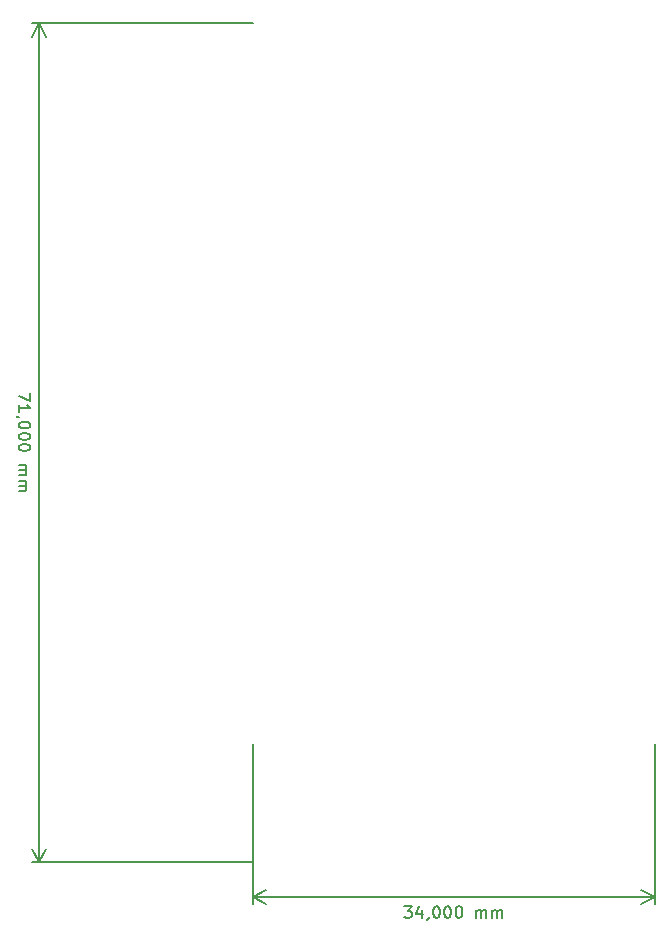
<source format=gbr>
%TF.GenerationSoftware,KiCad,Pcbnew,5.1.9+dfsg1-1~bpo10+1*%
%TF.CreationDate,2021-11-01T14:59:18+00:00*%
%TF.ProjectId,rack-ser-adapter,7261636b-2d73-4657-922d-616461707465,rev?*%
%TF.SameCoordinates,Original*%
%TF.FileFunction,OtherDrawing,Comment*%
%FSLAX46Y46*%
G04 Gerber Fmt 4.6, Leading zero omitted, Abs format (unit mm)*
G04 Created by KiCad (PCBNEW 5.1.9+dfsg1-1~bpo10+1) date 2021-11-01 14:59:18*
%MOMM*%
%LPD*%
G01*
G04 APERTURE LIST*
%ADD10C,0.150000*%
G04 APERTURE END LIST*
D10*
X112809523Y-144752380D02*
X113428571Y-144752380D01*
X113095238Y-145133333D01*
X113238095Y-145133333D01*
X113333333Y-145180952D01*
X113380952Y-145228571D01*
X113428571Y-145323809D01*
X113428571Y-145561904D01*
X113380952Y-145657142D01*
X113333333Y-145704761D01*
X113238095Y-145752380D01*
X112952380Y-145752380D01*
X112857142Y-145704761D01*
X112809523Y-145657142D01*
X114285714Y-145085714D02*
X114285714Y-145752380D01*
X114047619Y-144704761D02*
X113809523Y-145419047D01*
X114428571Y-145419047D01*
X114857142Y-145704761D02*
X114857142Y-145752380D01*
X114809523Y-145847619D01*
X114761904Y-145895238D01*
X115476190Y-144752380D02*
X115571428Y-144752380D01*
X115666666Y-144800000D01*
X115714285Y-144847619D01*
X115761904Y-144942857D01*
X115809523Y-145133333D01*
X115809523Y-145371428D01*
X115761904Y-145561904D01*
X115714285Y-145657142D01*
X115666666Y-145704761D01*
X115571428Y-145752380D01*
X115476190Y-145752380D01*
X115380952Y-145704761D01*
X115333333Y-145657142D01*
X115285714Y-145561904D01*
X115238095Y-145371428D01*
X115238095Y-145133333D01*
X115285714Y-144942857D01*
X115333333Y-144847619D01*
X115380952Y-144800000D01*
X115476190Y-144752380D01*
X116428571Y-144752380D02*
X116523809Y-144752380D01*
X116619047Y-144800000D01*
X116666666Y-144847619D01*
X116714285Y-144942857D01*
X116761904Y-145133333D01*
X116761904Y-145371428D01*
X116714285Y-145561904D01*
X116666666Y-145657142D01*
X116619047Y-145704761D01*
X116523809Y-145752380D01*
X116428571Y-145752380D01*
X116333333Y-145704761D01*
X116285714Y-145657142D01*
X116238095Y-145561904D01*
X116190476Y-145371428D01*
X116190476Y-145133333D01*
X116238095Y-144942857D01*
X116285714Y-144847619D01*
X116333333Y-144800000D01*
X116428571Y-144752380D01*
X117380952Y-144752380D02*
X117476190Y-144752380D01*
X117571428Y-144800000D01*
X117619047Y-144847619D01*
X117666666Y-144942857D01*
X117714285Y-145133333D01*
X117714285Y-145371428D01*
X117666666Y-145561904D01*
X117619047Y-145657142D01*
X117571428Y-145704761D01*
X117476190Y-145752380D01*
X117380952Y-145752380D01*
X117285714Y-145704761D01*
X117238095Y-145657142D01*
X117190476Y-145561904D01*
X117142857Y-145371428D01*
X117142857Y-145133333D01*
X117190476Y-144942857D01*
X117238095Y-144847619D01*
X117285714Y-144800000D01*
X117380952Y-144752380D01*
X118904761Y-145752380D02*
X118904761Y-145085714D01*
X118904761Y-145180952D02*
X118952380Y-145133333D01*
X119047619Y-145085714D01*
X119190476Y-145085714D01*
X119285714Y-145133333D01*
X119333333Y-145228571D01*
X119333333Y-145752380D01*
X119333333Y-145228571D02*
X119380952Y-145133333D01*
X119476190Y-145085714D01*
X119619047Y-145085714D01*
X119714285Y-145133333D01*
X119761904Y-145228571D01*
X119761904Y-145752380D01*
X120238095Y-145752380D02*
X120238095Y-145085714D01*
X120238095Y-145180952D02*
X120285714Y-145133333D01*
X120380952Y-145085714D01*
X120523809Y-145085714D01*
X120619047Y-145133333D01*
X120666666Y-145228571D01*
X120666666Y-145752380D01*
X120666666Y-145228571D02*
X120714285Y-145133333D01*
X120809523Y-145085714D01*
X120952380Y-145085714D01*
X121047619Y-145133333D01*
X121095238Y-145228571D01*
X121095238Y-145752380D01*
X134000000Y-144000000D02*
X100000000Y-144000000D01*
X134000000Y-131000000D02*
X134000000Y-144586421D01*
X100000000Y-131000000D02*
X100000000Y-144586421D01*
X100000000Y-144000000D02*
X101126504Y-143413579D01*
X100000000Y-144000000D02*
X101126504Y-144586421D01*
X134000000Y-144000000D02*
X132873496Y-143413579D01*
X134000000Y-144000000D02*
X132873496Y-144586421D01*
X81147619Y-101309523D02*
X81147619Y-101976190D01*
X80147619Y-101547619D01*
X80147619Y-102880952D02*
X80147619Y-102309523D01*
X80147619Y-102595238D02*
X81147619Y-102595238D01*
X81004761Y-102500000D01*
X80909523Y-102404761D01*
X80861904Y-102309523D01*
X80195238Y-103357142D02*
X80147619Y-103357142D01*
X80052380Y-103309523D01*
X80004761Y-103261904D01*
X81147619Y-103976190D02*
X81147619Y-104071428D01*
X81100000Y-104166666D01*
X81052380Y-104214285D01*
X80957142Y-104261904D01*
X80766666Y-104309523D01*
X80528571Y-104309523D01*
X80338095Y-104261904D01*
X80242857Y-104214285D01*
X80195238Y-104166666D01*
X80147619Y-104071428D01*
X80147619Y-103976190D01*
X80195238Y-103880952D01*
X80242857Y-103833333D01*
X80338095Y-103785714D01*
X80528571Y-103738095D01*
X80766666Y-103738095D01*
X80957142Y-103785714D01*
X81052380Y-103833333D01*
X81100000Y-103880952D01*
X81147619Y-103976190D01*
X81147619Y-104928571D02*
X81147619Y-105023809D01*
X81100000Y-105119047D01*
X81052380Y-105166666D01*
X80957142Y-105214285D01*
X80766666Y-105261904D01*
X80528571Y-105261904D01*
X80338095Y-105214285D01*
X80242857Y-105166666D01*
X80195238Y-105119047D01*
X80147619Y-105023809D01*
X80147619Y-104928571D01*
X80195238Y-104833333D01*
X80242857Y-104785714D01*
X80338095Y-104738095D01*
X80528571Y-104690476D01*
X80766666Y-104690476D01*
X80957142Y-104738095D01*
X81052380Y-104785714D01*
X81100000Y-104833333D01*
X81147619Y-104928571D01*
X81147619Y-105880952D02*
X81147619Y-105976190D01*
X81100000Y-106071428D01*
X81052380Y-106119047D01*
X80957142Y-106166666D01*
X80766666Y-106214285D01*
X80528571Y-106214285D01*
X80338095Y-106166666D01*
X80242857Y-106119047D01*
X80195238Y-106071428D01*
X80147619Y-105976190D01*
X80147619Y-105880952D01*
X80195238Y-105785714D01*
X80242857Y-105738095D01*
X80338095Y-105690476D01*
X80528571Y-105642857D01*
X80766666Y-105642857D01*
X80957142Y-105690476D01*
X81052380Y-105738095D01*
X81100000Y-105785714D01*
X81147619Y-105880952D01*
X80147619Y-107404761D02*
X80814285Y-107404761D01*
X80719047Y-107404761D02*
X80766666Y-107452380D01*
X80814285Y-107547619D01*
X80814285Y-107690476D01*
X80766666Y-107785714D01*
X80671428Y-107833333D01*
X80147619Y-107833333D01*
X80671428Y-107833333D02*
X80766666Y-107880952D01*
X80814285Y-107976190D01*
X80814285Y-108119047D01*
X80766666Y-108214285D01*
X80671428Y-108261904D01*
X80147619Y-108261904D01*
X80147619Y-108738095D02*
X80814285Y-108738095D01*
X80719047Y-108738095D02*
X80766666Y-108785714D01*
X80814285Y-108880952D01*
X80814285Y-109023809D01*
X80766666Y-109119047D01*
X80671428Y-109166666D01*
X80147619Y-109166666D01*
X80671428Y-109166666D02*
X80766666Y-109214285D01*
X80814285Y-109309523D01*
X80814285Y-109452380D01*
X80766666Y-109547619D01*
X80671428Y-109595238D01*
X80147619Y-109595238D01*
X81900000Y-70000000D02*
X81900000Y-141000000D01*
X100000000Y-70000000D02*
X81313579Y-70000000D01*
X100000000Y-141000000D02*
X81313579Y-141000000D01*
X81900000Y-141000000D02*
X81313579Y-139873496D01*
X81900000Y-141000000D02*
X82486421Y-139873496D01*
X81900000Y-70000000D02*
X81313579Y-71126504D01*
X81900000Y-70000000D02*
X82486421Y-71126504D01*
M02*

</source>
